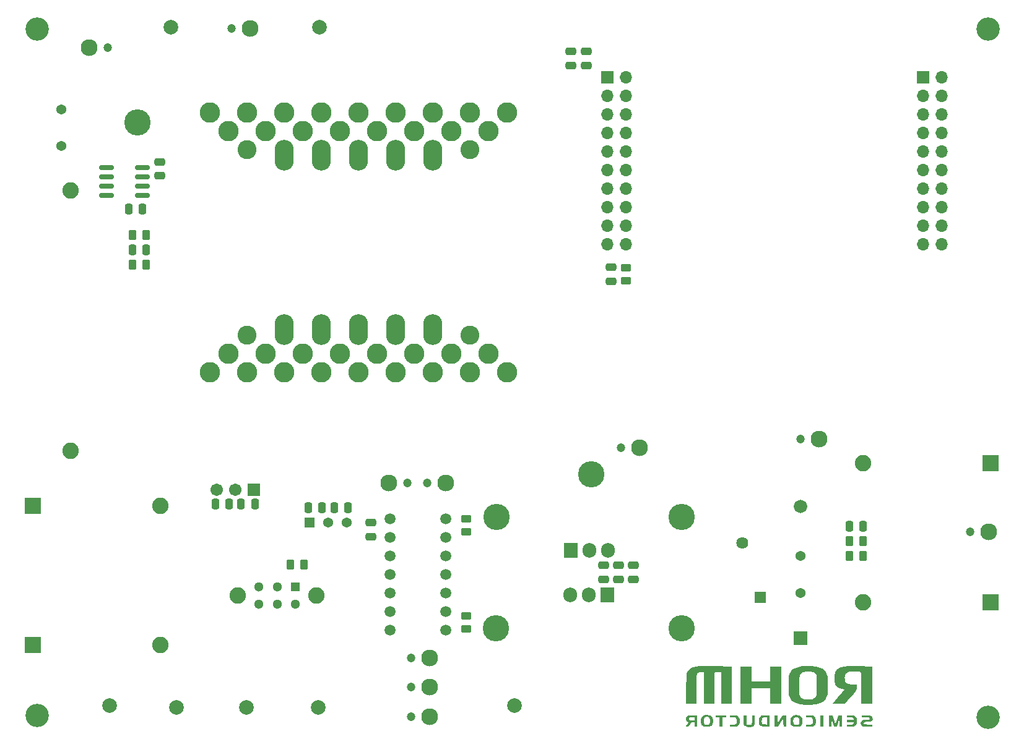
<source format=gbs>
%TF.GenerationSoftware,KiCad,Pcbnew,8.0.4*%
%TF.CreationDate,2024-09-20T12:27:39-05:00*%
%TF.ProjectId,Boost_9_8,426f6f73-745f-4395-9f38-2e6b69636164,rev?*%
%TF.SameCoordinates,Original*%
%TF.FileFunction,Soldermask,Bot*%
%TF.FilePolarity,Negative*%
%FSLAX46Y46*%
G04 Gerber Fmt 4.6, Leading zero omitted, Abs format (unit mm)*
G04 Created by KiCad (PCBNEW 8.0.4) date 2024-09-20 12:27:39*
%MOMM*%
%LPD*%
G01*
G04 APERTURE LIST*
G04 Aperture macros list*
%AMRoundRect*
0 Rectangle with rounded corners*
0 $1 Rounding radius*
0 $2 $3 $4 $5 $6 $7 $8 $9 X,Y pos of 4 corners*
0 Add a 4 corners polygon primitive as box body*
4,1,4,$2,$3,$4,$5,$6,$7,$8,$9,$2,$3,0*
0 Add four circle primitives for the rounded corners*
1,1,$1+$1,$2,$3*
1,1,$1+$1,$4,$5*
1,1,$1+$1,$6,$7*
1,1,$1+$1,$8,$9*
0 Add four rect primitives between the rounded corners*
20,1,$1+$1,$2,$3,$4,$5,0*
20,1,$1+$1,$4,$5,$6,$7,0*
20,1,$1+$1,$6,$7,$8,$9,0*
20,1,$1+$1,$8,$9,$2,$3,0*%
G04 Aperture macros list end*
%ADD10C,0.000000*%
%ADD11RoundRect,0.250000X0.262500X0.450000X-0.262500X0.450000X-0.262500X-0.450000X0.262500X-0.450000X0*%
%ADD12RoundRect,0.250000X0.475000X-0.250000X0.475000X0.250000X-0.475000X0.250000X-0.475000X-0.250000X0*%
%ADD13C,2.300000*%
%ADD14C,1.200000*%
%ADD15C,2.000000*%
%ADD16R,2.250000X2.250000*%
%ADD17C,2.250000*%
%ADD18C,3.200000*%
%ADD19C,1.371600*%
%ADD20R,1.371600X1.371600*%
%ADD21R,1.905000X2.000000*%
%ADD22O,1.905000X2.000000*%
%ADD23R,1.300000X1.300000*%
%ADD24C,1.300000*%
%ADD25R,1.700000X1.700000*%
%ADD26O,1.700000X1.700000*%
%ADD27C,2.800000*%
%ADD28C,2.600000*%
%ADD29O,2.600000X4.200000*%
%ADD30C,3.600000*%
%ADD31RoundRect,0.102000X0.754000X0.754000X-0.754000X0.754000X-0.754000X-0.754000X0.754000X-0.754000X0*%
%ADD32C,1.712000*%
%ADD33RoundRect,0.250000X0.450000X-0.262500X0.450000X0.262500X-0.450000X0.262500X-0.450000X-0.262500X0*%
%ADD34RoundRect,0.250000X0.250000X0.475000X-0.250000X0.475000X-0.250000X-0.475000X0.250000X-0.475000X0*%
%ADD35RoundRect,0.250000X-0.475000X0.250000X-0.475000X-0.250000X0.475000X-0.250000X0.475000X0.250000X0*%
%ADD36RoundRect,0.250000X-0.450000X0.262500X-0.450000X-0.262500X0.450000X-0.262500X0.450000X0.262500X0*%
%ADD37RoundRect,0.250000X-0.262500X-0.450000X0.262500X-0.450000X0.262500X0.450000X-0.262500X0.450000X0*%
%ADD38R,1.625600X1.625600*%
%ADD39C,1.625600*%
%ADD40C,1.507998*%
%ADD41RoundRect,0.250000X-0.250000X-0.475000X0.250000X-0.475000X0.250000X0.475000X-0.250000X0.475000X0*%
%ADD42RoundRect,0.150000X-0.825000X-0.150000X0.825000X-0.150000X0.825000X0.150000X-0.825000X0.150000X0*%
%ADD43R,1.828800X1.828800*%
%ADD44C,1.828800*%
G04 APERTURE END LIST*
D10*
%TO.C,G\u002A\u002A\u002A*%
G36*
X119351360Y-137930244D02*
G01*
X119351433Y-137938304D01*
X119352803Y-138084142D01*
X119354160Y-138201583D01*
X119355749Y-138294145D01*
X119357818Y-138365346D01*
X119360611Y-138418704D01*
X119364374Y-138457736D01*
X119369354Y-138485962D01*
X119375796Y-138506897D01*
X119383947Y-138524061D01*
X119394052Y-138540972D01*
X119412574Y-138566930D01*
X119476497Y-138621991D01*
X119563692Y-138658139D01*
X119676125Y-138676317D01*
X119770264Y-138676907D01*
X119879310Y-138658077D01*
X119970343Y-138618510D01*
X120040125Y-138559731D01*
X120085418Y-138483269D01*
X120089816Y-138459425D01*
X120094219Y-138403224D01*
X120097738Y-138318319D01*
X120100318Y-138206537D01*
X120101906Y-138069703D01*
X120102447Y-137909643D01*
X120102447Y-137381187D01*
X120295715Y-137381187D01*
X120488983Y-137381187D01*
X120484250Y-137986904D01*
X120479516Y-138592621D01*
X120429703Y-138680444D01*
X120404801Y-138718944D01*
X120324721Y-138802675D01*
X120219506Y-138870627D01*
X120091957Y-138921226D01*
X119944878Y-138952896D01*
X119901209Y-138957609D01*
X119802807Y-138962007D01*
X119693140Y-138960856D01*
X119582998Y-138954633D01*
X119483166Y-138943819D01*
X119404432Y-138928892D01*
X119343831Y-138911598D01*
X119229717Y-138866951D01*
X119140194Y-138811000D01*
X119070533Y-138740372D01*
X119016009Y-138651694D01*
X118971241Y-138560530D01*
X118971241Y-137974870D01*
X118971241Y-137389210D01*
X119158814Y-137384697D01*
X119346387Y-137380185D01*
X119351360Y-137930244D01*
G37*
G36*
X127016731Y-138200127D02*
G01*
X127000119Y-138370548D01*
X126962894Y-138518409D01*
X126905342Y-138642798D01*
X126827755Y-138742803D01*
X126793277Y-138774796D01*
X126718024Y-138828261D01*
X126628196Y-138870396D01*
X126515074Y-138905744D01*
X126509039Y-138907278D01*
X126422234Y-138922611D01*
X126314644Y-138932477D01*
X126196292Y-138936739D01*
X126077197Y-138935258D01*
X125967381Y-138927898D01*
X125876864Y-138914520D01*
X125788312Y-138889855D01*
X125687103Y-138848175D01*
X125597982Y-138797398D01*
X125530945Y-138742494D01*
X125477082Y-138674404D01*
X125417601Y-138557837D01*
X125377194Y-138418378D01*
X125356415Y-138258123D01*
X125355947Y-138118176D01*
X125753883Y-138118176D01*
X125757593Y-138273199D01*
X125779716Y-138402532D01*
X125820515Y-138506883D01*
X125880254Y-138586957D01*
X125959196Y-138643461D01*
X125961101Y-138644416D01*
X126036459Y-138670677D01*
X126127775Y-138686452D01*
X126220613Y-138690182D01*
X126300537Y-138680310D01*
X126370064Y-138657841D01*
X126456339Y-138608965D01*
X126522497Y-138539947D01*
X126569874Y-138448701D01*
X126599804Y-138333140D01*
X126613624Y-138191179D01*
X126613232Y-138057062D01*
X126596203Y-137918837D01*
X126560584Y-137805998D01*
X126505873Y-137717778D01*
X126431569Y-137653412D01*
X126337170Y-137612134D01*
X126222175Y-137593177D01*
X126126063Y-137592026D01*
X126031958Y-137606428D01*
X125954057Y-137639837D01*
X125885868Y-137694206D01*
X125846314Y-137739230D01*
X125807799Y-137803007D01*
X125781079Y-137879438D01*
X125764089Y-137974836D01*
X125754766Y-138095516D01*
X125753883Y-138118176D01*
X125355947Y-138118176D01*
X125355816Y-138079165D01*
X125365646Y-137953408D01*
X125382490Y-137846792D01*
X125407791Y-137756427D01*
X125443245Y-137674463D01*
X125483056Y-137607220D01*
X125562927Y-137514801D01*
X125663099Y-137442572D01*
X125785374Y-137389612D01*
X125931559Y-137355002D01*
X126103458Y-137337821D01*
X126276111Y-137338285D01*
X126448718Y-137360331D01*
X126598735Y-137405044D01*
X126726039Y-137472316D01*
X126830511Y-137562042D01*
X126912029Y-137674114D01*
X126970472Y-137808427D01*
X127005720Y-137964874D01*
X127017651Y-138143347D01*
X127016876Y-138191179D01*
X127016731Y-138200127D01*
G37*
G36*
X114763554Y-138331870D02*
G01*
X114733878Y-138478672D01*
X114684610Y-138601897D01*
X114614664Y-138703168D01*
X114522957Y-138784111D01*
X114408402Y-138846351D01*
X114269914Y-138891513D01*
X114189560Y-138905802D01*
X114083466Y-138915640D01*
X113965983Y-138919923D01*
X113847529Y-138918536D01*
X113738521Y-138911367D01*
X113649377Y-138898301D01*
X113558183Y-138874125D01*
X113427447Y-138817225D01*
X113320374Y-138738698D01*
X113236610Y-138638178D01*
X113175802Y-138515300D01*
X113137595Y-138369701D01*
X113137068Y-138366588D01*
X113126824Y-138272100D01*
X113123517Y-138161562D01*
X113125759Y-138077880D01*
X113511490Y-138077880D01*
X113514550Y-138211038D01*
X113519726Y-138258951D01*
X113543662Y-138382763D01*
X113581599Y-138481189D01*
X113635099Y-138557529D01*
X113705724Y-138615084D01*
X113718980Y-138622654D01*
X113800683Y-138652045D01*
X113898265Y-138665886D01*
X114001537Y-138664195D01*
X114100310Y-138646989D01*
X114184395Y-138614284D01*
X114214707Y-138594781D01*
X114281893Y-138526285D01*
X114333615Y-138433515D01*
X114368694Y-138319841D01*
X114385953Y-138188628D01*
X114384212Y-138043245D01*
X114383894Y-138039200D01*
X114362242Y-137896116D01*
X114322192Y-137779211D01*
X114263503Y-137688206D01*
X114185935Y-137622824D01*
X114089246Y-137582785D01*
X113973198Y-137567812D01*
X113893232Y-137568786D01*
X113813071Y-137579143D01*
X113746769Y-137601888D01*
X113684751Y-137639399D01*
X113655443Y-137664486D01*
X113599219Y-137739221D01*
X113555421Y-137836608D01*
X113525645Y-137951282D01*
X113511490Y-138077880D01*
X113125759Y-138077880D01*
X113126652Y-138044540D01*
X113135732Y-137930601D01*
X113150260Y-137829310D01*
X113169741Y-137750233D01*
X113198049Y-137677561D01*
X113260186Y-137569106D01*
X113340598Y-137481879D01*
X113441276Y-137414687D01*
X113564211Y-137366333D01*
X113711396Y-137335624D01*
X113884823Y-137321365D01*
X113896359Y-137320999D01*
X114087064Y-137325074D01*
X114253112Y-137349484D01*
X114395097Y-137394774D01*
X114513610Y-137461483D01*
X114609246Y-137550156D01*
X114682597Y-137661334D01*
X114734257Y-137795560D01*
X114764818Y-137953376D01*
X114774873Y-138135325D01*
X114774723Y-138159864D01*
X114772855Y-138188628D01*
X114763554Y-138331870D01*
G37*
G36*
X135671999Y-137365145D02*
G01*
X135816036Y-137365329D01*
X135932533Y-137365923D01*
X136025291Y-137367113D01*
X136098114Y-137369084D01*
X136154806Y-137372021D01*
X136199170Y-137376111D01*
X136235008Y-137381539D01*
X136266124Y-137388491D01*
X136296321Y-137397151D01*
X136400189Y-137440984D01*
X136493499Y-137509547D01*
X136562002Y-137597064D01*
X136604184Y-137701543D01*
X136618530Y-137820994D01*
X136613644Y-137895741D01*
X136583948Y-138007914D01*
X136527996Y-138102161D01*
X136446576Y-138177314D01*
X136340477Y-138232208D01*
X136324400Y-138236664D01*
X136267768Y-138244907D01*
X136179273Y-138252002D01*
X136059053Y-138257940D01*
X135907248Y-138262711D01*
X135808055Y-138265379D01*
X135705741Y-138268883D01*
X135628023Y-138272805D01*
X135570684Y-138277513D01*
X135529509Y-138283374D01*
X135500279Y-138290755D01*
X135478779Y-138300024D01*
X135465697Y-138308233D01*
X135425937Y-138353909D01*
X135406204Y-138413303D01*
X135406788Y-138477109D01*
X135427977Y-138536023D01*
X135470061Y-138580739D01*
X135475975Y-138584295D01*
X135493190Y-138591573D01*
X135517825Y-138597467D01*
X135553405Y-138602207D01*
X135603454Y-138606025D01*
X135671496Y-138609151D01*
X135761055Y-138611817D01*
X135875656Y-138614253D01*
X136018823Y-138616689D01*
X136525000Y-138624712D01*
X136529765Y-138743551D01*
X136530006Y-138749885D01*
X136531023Y-138810120D01*
X136529691Y-138858106D01*
X136526257Y-138883949D01*
X136525641Y-138885113D01*
X136516051Y-138890731D01*
X136493873Y-138895266D01*
X136456321Y-138898823D01*
X136400609Y-138901503D01*
X136323951Y-138903409D01*
X136223562Y-138904643D01*
X136096655Y-138905309D01*
X135940445Y-138905508D01*
X135850873Y-138905479D01*
X135714522Y-138905218D01*
X135604683Y-138904539D01*
X135517783Y-138903273D01*
X135450250Y-138901249D01*
X135398512Y-138898293D01*
X135358996Y-138894236D01*
X135328132Y-138888907D01*
X135302345Y-138882132D01*
X135278065Y-138873743D01*
X135205095Y-138840130D01*
X135111904Y-138770979D01*
X135043847Y-138682269D01*
X135001793Y-138575256D01*
X134986606Y-138451194D01*
X134988690Y-138388092D01*
X134996092Y-138322053D01*
X135007161Y-138273061D01*
X135030550Y-138223686D01*
X135085890Y-138150239D01*
X135157882Y-138085048D01*
X135237718Y-138037128D01*
X135259010Y-138027976D01*
X135287363Y-138017940D01*
X135319276Y-138010288D01*
X135359505Y-138004545D01*
X135412802Y-138000237D01*
X135483924Y-137996891D01*
X135577624Y-137994031D01*
X135698657Y-137991185D01*
X135718243Y-137990750D01*
X135836249Y-137987808D01*
X135926971Y-137984719D01*
X135994605Y-137981108D01*
X136043350Y-137976606D01*
X136077404Y-137970840D01*
X136100964Y-137963439D01*
X136118228Y-137954031D01*
X136167235Y-137904477D01*
X136189677Y-137840452D01*
X136182239Y-137767351D01*
X136179121Y-137756878D01*
X136170629Y-137730777D01*
X136160165Y-137709938D01*
X136144382Y-137693706D01*
X136119937Y-137681424D01*
X136083481Y-137672437D01*
X136031671Y-137666089D01*
X135961159Y-137661723D01*
X135868600Y-137658684D01*
X135750648Y-137656315D01*
X135603958Y-137653960D01*
X135096952Y-137645937D01*
X135092315Y-137505539D01*
X135087679Y-137365141D01*
X135640183Y-137365141D01*
X135671999Y-137365145D01*
G37*
G36*
X133528506Y-137368961D02*
G01*
X133542479Y-137369155D01*
X133687056Y-137371591D01*
X133804202Y-137374904D01*
X133898204Y-137379796D01*
X133973352Y-137386968D01*
X134033932Y-137397123D01*
X134084233Y-137410964D01*
X134128542Y-137429192D01*
X134171148Y-137452510D01*
X134216338Y-137481621D01*
X134259237Y-137513520D01*
X134343562Y-137600971D01*
X134408134Y-137709387D01*
X134454099Y-137840993D01*
X134482603Y-137998010D01*
X134484618Y-138016624D01*
X134489970Y-138149110D01*
X134481902Y-138286169D01*
X134461572Y-138416106D01*
X134430140Y-138527225D01*
X134404973Y-138583517D01*
X134333742Y-138686790D01*
X134238584Y-138772913D01*
X134123224Y-138838876D01*
X133991389Y-138881669D01*
X133960541Y-138886916D01*
X133885774Y-138894123D01*
X133781353Y-138899388D01*
X133646483Y-138902746D01*
X133480369Y-138904232D01*
X133067198Y-138905508D01*
X133067198Y-138770814D01*
X133067198Y-138636119D01*
X133440255Y-138630225D01*
X133540004Y-138628548D01*
X133637226Y-138626405D01*
X133710872Y-138623746D01*
X133765636Y-138620119D01*
X133806213Y-138615072D01*
X133837295Y-138608151D01*
X133863578Y-138598903D01*
X133889756Y-138586877D01*
X133898931Y-138582167D01*
X133971810Y-138525388D01*
X134024363Y-138445986D01*
X134053865Y-138347927D01*
X134064839Y-138279734D01*
X133566018Y-138279734D01*
X133067198Y-138279734D01*
X133067198Y-138143347D01*
X133067198Y-138006961D01*
X133566018Y-138006961D01*
X134064839Y-138006961D01*
X134053508Y-137938768D01*
X134048422Y-137912074D01*
X134014670Y-137814336D01*
X133959831Y-137739296D01*
X133882145Y-137684344D01*
X133875245Y-137680943D01*
X133852470Y-137671866D01*
X133824703Y-137665063D01*
X133787428Y-137660213D01*
X133736130Y-137656998D01*
X133666291Y-137655097D01*
X133573396Y-137654191D01*
X133452929Y-137653960D01*
X133083243Y-137653960D01*
X133083243Y-137508419D01*
X133083243Y-137362877D01*
X133528506Y-137368961D01*
G37*
G36*
X130879148Y-137368765D02*
G01*
X131146057Y-137373164D01*
X131325361Y-137942779D01*
X131327771Y-137950433D01*
X131368499Y-138079745D01*
X131406303Y-138199647D01*
X131440066Y-138306606D01*
X131468670Y-138397086D01*
X131490999Y-138467555D01*
X131505935Y-138514479D01*
X131512362Y-138534324D01*
X131513213Y-138534537D01*
X131522076Y-138516786D01*
X131539194Y-138472418D01*
X131563484Y-138404557D01*
X131593866Y-138316329D01*
X131629259Y-138210860D01*
X131668582Y-138091274D01*
X131710755Y-137960698D01*
X131901452Y-137365141D01*
X132155392Y-137365141D01*
X132409333Y-137365141D01*
X132409333Y-138135325D01*
X132409333Y-138905508D01*
X132249084Y-138905508D01*
X132088834Y-138905508D01*
X132084617Y-138339990D01*
X132080401Y-137774473D01*
X131901380Y-138335979D01*
X131722360Y-138897485D01*
X131515843Y-138901937D01*
X131309326Y-138906390D01*
X131133272Y-138353780D01*
X130957217Y-137801170D01*
X130952998Y-138353339D01*
X130948778Y-138905508D01*
X130780509Y-138905508D01*
X130612239Y-138905508D01*
X130612239Y-138134937D01*
X130612239Y-137364366D01*
X130879148Y-137368765D01*
G37*
G36*
X127944033Y-137368513D02*
G01*
X127978034Y-137369003D01*
X128101198Y-137371003D01*
X128197737Y-137373205D01*
X128272061Y-137375965D01*
X128328577Y-137379640D01*
X128371693Y-137384585D01*
X128405818Y-137391158D01*
X128435360Y-137399714D01*
X128464728Y-137410611D01*
X128571647Y-137464357D01*
X128670750Y-137543986D01*
X128748442Y-137645139D01*
X128805378Y-137768938D01*
X128842209Y-137916503D01*
X128859588Y-138088955D01*
X128859839Y-138230756D01*
X128841581Y-138395625D01*
X128801908Y-138537178D01*
X128740469Y-138656053D01*
X128656911Y-138752891D01*
X128550883Y-138828330D01*
X128422031Y-138883010D01*
X128415959Y-138884727D01*
X128373480Y-138891689D01*
X128306101Y-138897062D01*
X128212032Y-138900924D01*
X128089480Y-138903355D01*
X127936655Y-138904435D01*
X127515461Y-138905508D01*
X127515461Y-138769121D01*
X127515461Y-138632735D01*
X127824336Y-138632352D01*
X127834933Y-138632335D01*
X127968907Y-138631137D01*
X128075414Y-138627373D01*
X128158743Y-138619928D01*
X128223188Y-138607686D01*
X128273039Y-138589531D01*
X128312587Y-138564349D01*
X128346123Y-138531023D01*
X128377940Y-138488438D01*
X128410947Y-138428838D01*
X128434205Y-138355938D01*
X128447142Y-138265782D01*
X128451282Y-138151370D01*
X128448971Y-138074378D01*
X128430092Y-137939478D01*
X128392573Y-137828283D01*
X128336857Y-137741897D01*
X128263387Y-137681427D01*
X128251584Y-137677194D01*
X128204489Y-137669720D01*
X128125982Y-137663336D01*
X128016501Y-137658072D01*
X127876484Y-137653960D01*
X127523483Y-137645937D01*
X127518827Y-137504175D01*
X127514172Y-137362412D01*
X127944033Y-137368513D01*
G37*
G36*
X124787729Y-138134917D02*
G01*
X124787729Y-138905508D01*
X124603416Y-138905508D01*
X124419104Y-138905508D01*
X124414882Y-138356243D01*
X124410660Y-137806978D01*
X124056314Y-138352232D01*
X123701969Y-138897485D01*
X123450597Y-138901904D01*
X123199226Y-138906323D01*
X123199226Y-138135732D01*
X123199226Y-137365141D01*
X123391772Y-137365141D01*
X123584317Y-137365141D01*
X123584317Y-137930013D01*
X123584317Y-138494884D01*
X123934780Y-137934024D01*
X124285243Y-137373164D01*
X124536486Y-137368745D01*
X124787729Y-137364327D01*
X124787729Y-138134917D01*
G37*
G36*
X117483022Y-137365379D02*
G01*
X117596397Y-137365913D01*
X117733913Y-137368710D01*
X117846558Y-137374734D01*
X117938551Y-137384907D01*
X118014114Y-137400156D01*
X118077468Y-137421403D01*
X118132833Y-137449573D01*
X118184431Y-137485591D01*
X118236481Y-137530381D01*
X118265691Y-137560605D01*
X118315035Y-137623498D01*
X118353728Y-137686524D01*
X118364663Y-137709355D01*
X118409997Y-137839461D01*
X118437909Y-137986522D01*
X118448226Y-138142072D01*
X118440776Y-138297647D01*
X118415385Y-138444781D01*
X118371881Y-138575009D01*
X118358899Y-138601726D01*
X118292110Y-138697988D01*
X118203089Y-138781908D01*
X118099379Y-138847328D01*
X117988520Y-138888088D01*
X117964989Y-138891264D01*
X117910660Y-138894991D01*
X117833412Y-138898288D01*
X117738341Y-138900984D01*
X117630543Y-138902910D01*
X117515113Y-138903896D01*
X117101942Y-138905508D01*
X117101942Y-138769121D01*
X117101942Y-138632735D01*
X117418840Y-138632032D01*
X117512903Y-138631412D01*
X117627059Y-138628585D01*
X117716518Y-138622563D01*
X117785659Y-138612323D01*
X117838862Y-138596841D01*
X117880505Y-138575095D01*
X117914968Y-138546062D01*
X117946629Y-138508718D01*
X117951205Y-138502543D01*
X117991750Y-138429484D01*
X118017652Y-138340315D01*
X118029822Y-138230471D01*
X118029171Y-138095391D01*
X118024108Y-138025345D01*
X118003381Y-137906303D01*
X117967537Y-137811133D01*
X117915467Y-137736331D01*
X117897818Y-137718335D01*
X117870422Y-137696612D01*
X117837784Y-137680355D01*
X117795431Y-137668789D01*
X117738891Y-137661140D01*
X117663690Y-137656635D01*
X117565355Y-137654500D01*
X117439413Y-137653960D01*
X117101942Y-137653960D01*
X117101942Y-137509551D01*
X117101942Y-137365141D01*
X117483022Y-137365379D01*
G37*
G36*
X116604532Y-137501149D02*
G01*
X116604532Y-137637157D01*
X116327748Y-137641547D01*
X116050963Y-137645937D01*
X116046765Y-138275723D01*
X116042568Y-138905508D01*
X115866254Y-138905508D01*
X115689940Y-138905508D01*
X115689940Y-138271711D01*
X115689940Y-137637915D01*
X115409144Y-137637915D01*
X115128348Y-137637915D01*
X115128348Y-137501528D01*
X115128348Y-137365141D01*
X115866440Y-137365141D01*
X116604532Y-137365141D01*
X116604532Y-137501149D01*
G37*
G36*
X112609207Y-138135325D02*
G01*
X112609207Y-138905508D01*
X112424684Y-138905508D01*
X112240161Y-138905508D01*
X112240161Y-138608666D01*
X112240161Y-138311825D01*
X112043603Y-138312251D01*
X111847046Y-138312677D01*
X111650446Y-138609092D01*
X111453846Y-138905508D01*
X111245298Y-138905508D01*
X111229902Y-138905472D01*
X111154335Y-138904166D01*
X111092981Y-138901264D01*
X111051800Y-138897147D01*
X111036749Y-138892193D01*
X111037606Y-138889661D01*
X111051298Y-138865596D01*
X111079635Y-138820425D01*
X111119962Y-138758258D01*
X111169625Y-138683201D01*
X111225969Y-138599363D01*
X111242974Y-138574236D01*
X111298649Y-138491866D01*
X111347702Y-138419140D01*
X111387285Y-138360288D01*
X111414554Y-138319538D01*
X111426662Y-138301122D01*
X111427652Y-138294074D01*
X111407147Y-138275927D01*
X111355661Y-138255002D01*
X111290954Y-138226431D01*
X111204156Y-138162486D01*
X111135739Y-138079349D01*
X111092314Y-137983827D01*
X111075807Y-137905603D01*
X111074480Y-137837555D01*
X111494046Y-137837555D01*
X111500479Y-137913205D01*
X111524203Y-137971726D01*
X111569060Y-138011399D01*
X111638857Y-138037479D01*
X111658939Y-138041103D01*
X111714381Y-138046651D01*
X111790321Y-138051088D01*
X111879458Y-138054031D01*
X111974493Y-138055097D01*
X112240161Y-138055097D01*
X112240161Y-137838483D01*
X112240161Y-137621869D01*
X111971399Y-137622252D01*
X111892893Y-137622687D01*
X111786928Y-137625090D01*
X111705644Y-137630245D01*
X111644457Y-137638897D01*
X111598784Y-137651795D01*
X111564041Y-137669687D01*
X111535644Y-137693319D01*
X111519610Y-137710871D01*
X111503297Y-137739404D01*
X111495831Y-137777972D01*
X111494046Y-137837555D01*
X111074480Y-137837555D01*
X111073437Y-137784041D01*
X111098541Y-137668523D01*
X111149711Y-137564409D01*
X111225537Y-137477058D01*
X111249689Y-137456342D01*
X111280844Y-137432651D01*
X111313432Y-137413456D01*
X111350859Y-137398284D01*
X111396532Y-137386663D01*
X111453857Y-137378123D01*
X111526240Y-137372193D01*
X111617088Y-137368401D01*
X111729806Y-137366276D01*
X111867802Y-137365347D01*
X112034482Y-137365141D01*
X112609207Y-137365141D01*
X112609207Y-137838483D01*
X112609207Y-138135325D01*
G37*
G36*
X129890192Y-138127302D02*
G01*
X129890192Y-138889462D01*
X129689624Y-138889462D01*
X129489055Y-138889462D01*
X129489055Y-138127302D01*
X129489055Y-137365141D01*
X129689624Y-137365141D01*
X129890192Y-137365141D01*
X129890192Y-138127302D01*
G37*
G36*
X122541361Y-138891822D02*
G01*
X122023894Y-138886136D01*
X121951306Y-138885325D01*
X121822329Y-138883705D01*
X121719667Y-138881944D01*
X121639418Y-138879763D01*
X121577686Y-138876883D01*
X121530569Y-138873025D01*
X121494169Y-138867910D01*
X121464585Y-138861259D01*
X121437920Y-138852793D01*
X121410273Y-138842233D01*
X121406715Y-138840799D01*
X121310984Y-138787886D01*
X121222579Y-138713590D01*
X121149703Y-138626088D01*
X121100559Y-138533554D01*
X121098442Y-138527844D01*
X121057614Y-138384321D01*
X121037631Y-138229590D01*
X121037571Y-138135325D01*
X121444761Y-138135325D01*
X121449138Y-138230016D01*
X121470982Y-138355450D01*
X121510731Y-138456544D01*
X121567915Y-138532236D01*
X121642065Y-138581463D01*
X121676116Y-138591733D01*
X121738049Y-138601297D01*
X121826275Y-138608393D01*
X121943667Y-138613323D01*
X122188360Y-138620591D01*
X122188360Y-138119516D01*
X122188360Y-137618440D01*
X121943667Y-137624727D01*
X121870129Y-137627100D01*
X121771327Y-137633234D01*
X121696261Y-137643621D01*
X121639747Y-137659982D01*
X121596603Y-137684037D01*
X121561646Y-137717504D01*
X121529693Y-137762105D01*
X121515653Y-137785747D01*
X121475074Y-137882518D01*
X121451836Y-137997319D01*
X121444761Y-138135325D01*
X121037571Y-138135325D01*
X121037520Y-138056287D01*
X121053245Y-137905908D01*
X121090302Y-137754483D01*
X121147519Y-137627785D01*
X121224835Y-137525944D01*
X121322189Y-137449088D01*
X121360850Y-137426411D01*
X121397796Y-137407018D01*
X121434804Y-137391701D01*
X121475880Y-137379919D01*
X121525025Y-137371131D01*
X121586243Y-137364795D01*
X121663538Y-137360370D01*
X121760914Y-137357316D01*
X121882372Y-137355091D01*
X122031917Y-137353154D01*
X122541361Y-137347058D01*
X122541361Y-138119440D01*
X122541361Y-138119516D01*
X122541361Y-138891822D01*
G37*
G36*
X130443761Y-134517068D02*
G01*
X130399578Y-134677386D01*
X130332295Y-134877607D01*
X130240524Y-135066564D01*
X130126468Y-135233254D01*
X129988936Y-135379144D01*
X129826734Y-135505703D01*
X129638669Y-135614399D01*
X129614034Y-135626447D01*
X129399253Y-135715617D01*
X129157802Y-135789490D01*
X128889245Y-135848166D01*
X128593144Y-135891741D01*
X128269060Y-135920313D01*
X128239269Y-135922013D01*
X128110061Y-135926773D01*
X127960258Y-135929004D01*
X127797382Y-135928850D01*
X127628953Y-135926452D01*
X127462493Y-135921953D01*
X127305524Y-135915495D01*
X127165566Y-135907219D01*
X127050142Y-135897269D01*
X126999336Y-135891632D01*
X126705278Y-135849408D01*
X126439457Y-135793410D01*
X126200922Y-135722963D01*
X125988722Y-135637393D01*
X125801904Y-135536026D01*
X125639519Y-135418187D01*
X125500613Y-135283203D01*
X125384237Y-135130398D01*
X125289437Y-134959100D01*
X125215264Y-134768632D01*
X125160765Y-134558322D01*
X125160751Y-134558250D01*
X125155329Y-134529199D01*
X125150647Y-134497375D01*
X125146649Y-134460334D01*
X125143284Y-134415633D01*
X125140499Y-134360830D01*
X125138239Y-134293480D01*
X125136453Y-134211141D01*
X125135088Y-134111369D01*
X125134089Y-133991723D01*
X125133405Y-133849757D01*
X125133310Y-133812350D01*
X126603488Y-133812350D01*
X126604035Y-134014099D01*
X126605230Y-134184367D01*
X126607072Y-134323034D01*
X126609561Y-134429978D01*
X126612694Y-134505079D01*
X126616472Y-134548217D01*
X126652957Y-134691692D01*
X126716808Y-134819780D01*
X126807175Y-134930606D01*
X126923389Y-135023512D01*
X127064786Y-135097843D01*
X127230698Y-135152941D01*
X127264813Y-135161108D01*
X127313770Y-135170576D01*
X127367562Y-135177745D01*
X127431640Y-135183031D01*
X127511454Y-135186849D01*
X127612456Y-135189613D01*
X127740097Y-135191739D01*
X127806129Y-135192531D01*
X127939265Y-135193066D01*
X128048198Y-135191397D01*
X128138420Y-135187056D01*
X128215423Y-135179573D01*
X128284698Y-135168482D01*
X128351737Y-135153313D01*
X128422031Y-135133598D01*
X128469525Y-135118169D01*
X128611860Y-135054230D01*
X128729940Y-134970109D01*
X128825246Y-134864264D01*
X128899261Y-134735158D01*
X128953465Y-134581250D01*
X128958186Y-134562684D01*
X128963278Y-134538625D01*
X128967645Y-134510957D01*
X128971342Y-134477307D01*
X128974423Y-134435300D01*
X128976945Y-134382564D01*
X128978963Y-134316724D01*
X128980531Y-134235408D01*
X128981707Y-134136242D01*
X128982544Y-134016853D01*
X128983099Y-133874866D01*
X128983427Y-133707909D01*
X128983583Y-133513607D01*
X128983622Y-133289589D01*
X128983615Y-133192464D01*
X128983515Y-132980164D01*
X128983258Y-132796612D01*
X128982793Y-132639448D01*
X128982067Y-132506310D01*
X128981028Y-132394836D01*
X128979625Y-132302665D01*
X128977805Y-132227436D01*
X128975517Y-132166786D01*
X128972708Y-132118355D01*
X128969326Y-132079780D01*
X128965320Y-132048700D01*
X128960638Y-132022754D01*
X128955227Y-131999580D01*
X128951546Y-131985604D01*
X128904802Y-131851374D01*
X128841179Y-131735238D01*
X128759267Y-131636577D01*
X128657660Y-131554771D01*
X128534950Y-131489199D01*
X128389728Y-131439242D01*
X128220588Y-131404280D01*
X128026121Y-131383692D01*
X127804919Y-131376859D01*
X127555574Y-131383160D01*
X127421941Y-131392652D01*
X127238939Y-131418671D01*
X127082457Y-131459369D01*
X126950795Y-131515738D01*
X126842257Y-131588765D01*
X126755145Y-131679442D01*
X126687760Y-131788757D01*
X126638404Y-131917700D01*
X126635439Y-131928354D01*
X126630474Y-131950157D01*
X126626159Y-131976535D01*
X126622436Y-132009782D01*
X126619245Y-132052190D01*
X126616527Y-132106053D01*
X126614223Y-132173663D01*
X126612273Y-132257313D01*
X126610620Y-132359296D01*
X126609203Y-132481906D01*
X126607963Y-132627435D01*
X126606842Y-132798175D01*
X126605781Y-132996421D01*
X126604719Y-133224465D01*
X126604344Y-133314892D01*
X126603591Y-133579241D01*
X126603488Y-133812350D01*
X125133310Y-133812350D01*
X125132981Y-133683031D01*
X125132766Y-133489100D01*
X125132706Y-133265521D01*
X125132709Y-133168176D01*
X125132796Y-132947513D01*
X125133134Y-132755375D01*
X125133893Y-132589217D01*
X125135243Y-132446498D01*
X125137355Y-132324673D01*
X125140400Y-132221198D01*
X125144548Y-132133531D01*
X125149969Y-132059127D01*
X125156834Y-131995444D01*
X125165314Y-131939937D01*
X125175578Y-131890064D01*
X125187798Y-131843280D01*
X125202144Y-131797043D01*
X125218786Y-131748808D01*
X125237894Y-131696033D01*
X125261494Y-131635464D01*
X125349146Y-131460174D01*
X125459661Y-131302412D01*
X125593805Y-131161705D01*
X125752346Y-131037581D01*
X125936050Y-130929569D01*
X126145683Y-130837197D01*
X126382012Y-130759992D01*
X126645803Y-130697482D01*
X126937823Y-130649195D01*
X126984456Y-130643716D01*
X127091145Y-130634710D01*
X127220925Y-130627048D01*
X127368001Y-130620824D01*
X127526577Y-130616132D01*
X127690855Y-130613068D01*
X127855039Y-130611726D01*
X128013334Y-130612200D01*
X128159943Y-130614584D01*
X128289068Y-130618973D01*
X128394915Y-130625461D01*
X128699916Y-130658247D01*
X128982936Y-130705664D01*
X129238573Y-130767723D01*
X129467673Y-130844941D01*
X129671083Y-130937838D01*
X129849650Y-131046933D01*
X130004220Y-131172743D01*
X130135640Y-131315788D01*
X130244757Y-131476587D01*
X130332417Y-131655657D01*
X130399467Y-131853518D01*
X130443580Y-132013973D01*
X130443671Y-133265521D01*
X130443673Y-133289589D01*
X130443761Y-134517068D01*
G37*
G36*
X134411925Y-130618501D02*
G01*
X134596391Y-130619953D01*
X134773039Y-130622165D01*
X134937875Y-130625135D01*
X135086907Y-130628866D01*
X135216143Y-130633359D01*
X135321588Y-130638614D01*
X135462027Y-130647281D01*
X135638182Y-130658380D01*
X135806028Y-130669205D01*
X135962173Y-130679524D01*
X136103230Y-130689106D01*
X136225809Y-130697720D01*
X136326520Y-130705135D01*
X136401975Y-130711119D01*
X136448784Y-130715443D01*
X136533022Y-130724621D01*
X136533022Y-133258813D01*
X136533022Y-135793005D01*
X135790919Y-135788833D01*
X135048815Y-135784661D01*
X135040792Y-133647891D01*
X135032770Y-131511120D01*
X134994308Y-131470182D01*
X134953112Y-131437017D01*
X134906058Y-131413465D01*
X134905261Y-131413214D01*
X134844492Y-131399517D01*
X134756989Y-131387118D01*
X134648000Y-131376247D01*
X134522773Y-131367131D01*
X134386555Y-131359999D01*
X134244592Y-131355079D01*
X134102134Y-131352598D01*
X133964427Y-131352786D01*
X133836719Y-131355870D01*
X133724257Y-131362079D01*
X133608637Y-131372717D01*
X133439589Y-131397113D01*
X133296226Y-131430866D01*
X133175121Y-131475078D01*
X133072843Y-131530850D01*
X132985964Y-131599284D01*
X132956365Y-131628432D01*
X132900744Y-131695569D01*
X132858617Y-131769362D01*
X132828478Y-131854785D01*
X132808823Y-131956813D01*
X132798145Y-132080422D01*
X132794940Y-132230587D01*
X132795005Y-132251076D01*
X132802017Y-132429703D01*
X132821715Y-132581073D01*
X132855676Y-132707817D01*
X132905479Y-132812567D01*
X132972702Y-132897958D01*
X133058923Y-132966620D01*
X133165720Y-133021188D01*
X133294671Y-133064294D01*
X133366717Y-133081857D01*
X133445478Y-133096575D01*
X133534630Y-133108681D01*
X133638513Y-133118589D01*
X133761465Y-133126711D01*
X133907825Y-133133459D01*
X134081933Y-133139249D01*
X134466518Y-133150308D01*
X134459298Y-133448596D01*
X134458136Y-133493662D01*
X134454051Y-133605366D01*
X134447844Y-133692901D01*
X134438141Y-133762158D01*
X134423572Y-133819031D01*
X134402766Y-133869412D01*
X134374351Y-133919195D01*
X134336954Y-133974272D01*
X134326334Y-133988399D01*
X134293738Y-134029646D01*
X134243554Y-134091870D01*
X134177624Y-134172828D01*
X134097791Y-134270279D01*
X134005898Y-134381979D01*
X133903787Y-134505686D01*
X133793301Y-134639157D01*
X133676284Y-134780150D01*
X133554577Y-134926422D01*
X132834538Y-135790696D01*
X131963161Y-135791690D01*
X131902225Y-135791757D01*
X131722304Y-135791898D01*
X131571284Y-135791856D01*
X131446720Y-135791548D01*
X131346167Y-135790893D01*
X131267180Y-135789811D01*
X131207314Y-135788220D01*
X131164125Y-135786039D01*
X131135167Y-135783186D01*
X131117996Y-135779581D01*
X131110166Y-135775142D01*
X131109232Y-135769787D01*
X131112750Y-135763437D01*
X131113654Y-135762245D01*
X131130633Y-135741560D01*
X131166491Y-135698718D01*
X131219586Y-135635660D01*
X131288276Y-135554324D01*
X131370921Y-135456648D01*
X131465877Y-135344573D01*
X131571504Y-135220038D01*
X131686160Y-135084981D01*
X131808203Y-134941341D01*
X131935991Y-134791058D01*
X131961031Y-134761619D01*
X132087325Y-134613008D01*
X132207215Y-134471735D01*
X132319099Y-134339697D01*
X132421376Y-134218794D01*
X132512444Y-134110923D01*
X132590703Y-134017984D01*
X132654550Y-133941874D01*
X132702385Y-133884492D01*
X132732607Y-133847738D01*
X132743614Y-133833508D01*
X132742042Y-133825699D01*
X132721111Y-133819090D01*
X132688231Y-133815241D01*
X132629053Y-133803256D01*
X132552353Y-133784941D01*
X132464948Y-133762141D01*
X132373652Y-133736701D01*
X132285282Y-133710466D01*
X132206653Y-133685283D01*
X132144583Y-133662996D01*
X132075600Y-133634686D01*
X131917809Y-133557664D01*
X131785139Y-133471583D01*
X131675454Y-133373389D01*
X131586620Y-133260029D01*
X131516501Y-133128448D01*
X131462963Y-132975593D01*
X131423871Y-132798411D01*
X131397090Y-132593848D01*
X131391503Y-132523629D01*
X131385947Y-132387664D01*
X131385452Y-132241676D01*
X131389718Y-132094047D01*
X131398446Y-131953162D01*
X131411337Y-131827404D01*
X131428092Y-131725154D01*
X131442835Y-131660616D01*
X131498150Y-131479681D01*
X131569865Y-131322921D01*
X131659837Y-131186763D01*
X131769921Y-131067636D01*
X131804748Y-131036664D01*
X131923235Y-130947901D01*
X132057698Y-130871220D01*
X132210696Y-130805771D01*
X132384784Y-130750704D01*
X132582522Y-130705169D01*
X132806466Y-130668317D01*
X133059175Y-130639298D01*
X133133893Y-130634024D01*
X133237160Y-130629455D01*
X133364551Y-130625635D01*
X133512075Y-130622565D01*
X133675738Y-130620246D01*
X133851548Y-130618678D01*
X134035511Y-130617864D01*
X134223634Y-130617804D01*
X134411925Y-130618501D01*
G37*
G36*
X120038266Y-131646513D02*
G01*
X120038273Y-131820641D01*
X120038428Y-131998785D01*
X120038948Y-132149448D01*
X120040056Y-132275126D01*
X120041971Y-132378316D01*
X120044914Y-132461515D01*
X120049104Y-132527219D01*
X120054764Y-132577925D01*
X120062113Y-132616129D01*
X120071371Y-132644327D01*
X120082760Y-132665017D01*
X120096498Y-132680695D01*
X120112808Y-132693857D01*
X120131909Y-132707000D01*
X120139560Y-132711582D01*
X120151572Y-132716505D01*
X120168610Y-132720721D01*
X120192928Y-132724285D01*
X120226782Y-132727250D01*
X120272429Y-132729672D01*
X120332122Y-132731605D01*
X120408119Y-132733103D01*
X120502673Y-132734221D01*
X120618041Y-132735014D01*
X120756478Y-132735536D01*
X120920240Y-132735841D01*
X121111582Y-132735984D01*
X121332759Y-132736020D01*
X121471543Y-132736016D01*
X121673474Y-132735967D01*
X121846970Y-132735810D01*
X121994299Y-132735480D01*
X122117726Y-132734916D01*
X122219520Y-132734054D01*
X122301946Y-132732830D01*
X122367272Y-132731181D01*
X122417765Y-132729044D01*
X122455692Y-132726355D01*
X122483319Y-132723052D01*
X122502913Y-132719070D01*
X122516742Y-132714348D01*
X122527072Y-132708821D01*
X122536170Y-132702426D01*
X122545275Y-132695573D01*
X122560997Y-132682241D01*
X122574338Y-132666759D01*
X122585495Y-132646630D01*
X122594668Y-132619360D01*
X122602054Y-132582455D01*
X122607853Y-132533418D01*
X122612263Y-132469755D01*
X122615483Y-132388972D01*
X122617712Y-132288573D01*
X122619147Y-132166062D01*
X122619988Y-132018946D01*
X122620434Y-131844729D01*
X122620683Y-131640915D01*
X122621588Y-130722311D01*
X123367703Y-130722311D01*
X124113818Y-130722311D01*
X124113818Y-133257498D01*
X124113818Y-135792684D01*
X123368166Y-135792684D01*
X122622514Y-135792684D01*
X122618040Y-134782983D01*
X122617527Y-134668287D01*
X122616631Y-134479715D01*
X122615725Y-134319470D01*
X122614723Y-134185111D01*
X122613537Y-134074196D01*
X122612078Y-133984282D01*
X122610258Y-133912928D01*
X122607989Y-133857691D01*
X122605184Y-133816130D01*
X122601755Y-133785803D01*
X122597613Y-133764268D01*
X122592670Y-133749082D01*
X122586839Y-133737805D01*
X122580032Y-133727993D01*
X122573258Y-133718699D01*
X122561176Y-133702359D01*
X122548719Y-133688282D01*
X122533622Y-133676299D01*
X122513619Y-133666241D01*
X122486446Y-133657940D01*
X122449836Y-133651228D01*
X122401523Y-133645937D01*
X122339244Y-133641898D01*
X122260732Y-133638943D01*
X122163721Y-133636905D01*
X122045947Y-133635615D01*
X121905143Y-133634904D01*
X121739045Y-133634604D01*
X121545387Y-133634548D01*
X121321904Y-133634567D01*
X121310249Y-133634567D01*
X121093786Y-133634596D01*
X120906989Y-133634720D01*
X120747549Y-133635001D01*
X120613156Y-133635500D01*
X120501502Y-133636278D01*
X120410276Y-133637396D01*
X120337171Y-133638917D01*
X120279876Y-133640900D01*
X120236082Y-133643407D01*
X120203481Y-133646500D01*
X120179762Y-133650240D01*
X120162616Y-133654688D01*
X120149735Y-133659905D01*
X120138809Y-133665953D01*
X120127682Y-133672618D01*
X120109375Y-133684129D01*
X120093753Y-133696655D01*
X120080602Y-133712587D01*
X120069711Y-133734315D01*
X120060866Y-133764229D01*
X120053854Y-133804721D01*
X120048464Y-133858180D01*
X120044483Y-133926997D01*
X120041697Y-134013562D01*
X120039895Y-134120266D01*
X120038863Y-134249499D01*
X120038389Y-134403652D01*
X120038261Y-134585115D01*
X120038266Y-134796278D01*
X120038266Y-135792684D01*
X119284128Y-135792684D01*
X118529990Y-135792684D01*
X118529990Y-133257498D01*
X118529990Y-130722311D01*
X119284128Y-130722311D01*
X120038266Y-130722311D01*
X120038266Y-131646513D01*
G37*
G36*
X114656924Y-130612405D02*
G01*
X114854001Y-130614018D01*
X115040718Y-130616583D01*
X115213565Y-130620133D01*
X115369030Y-130624701D01*
X115408048Y-130626087D01*
X115547223Y-130631336D01*
X115701265Y-130637540D01*
X115866262Y-130644511D01*
X116038304Y-130652063D01*
X116213479Y-130660007D01*
X116387878Y-130668156D01*
X116557588Y-130676324D01*
X116718700Y-130684322D01*
X116867301Y-130691964D01*
X116999481Y-130699061D01*
X117111329Y-130705427D01*
X117198934Y-130710874D01*
X117258386Y-130715215D01*
X117374715Y-130725049D01*
X117374715Y-133258867D01*
X117374715Y-135792684D01*
X116660691Y-135792684D01*
X115946667Y-135792684D01*
X115946667Y-133668435D01*
X115946666Y-133548235D01*
X115946645Y-133255889D01*
X115946578Y-132993370D01*
X115946442Y-132759037D01*
X115946215Y-132551253D01*
X115945873Y-132368379D01*
X115945393Y-132208777D01*
X115944751Y-132070810D01*
X115943925Y-131952838D01*
X115942891Y-131853223D01*
X115941626Y-131770327D01*
X115940106Y-131702512D01*
X115938309Y-131648140D01*
X115936211Y-131605572D01*
X115933789Y-131573169D01*
X115931020Y-131549294D01*
X115927880Y-131532309D01*
X115924346Y-131520575D01*
X115920396Y-131512453D01*
X115916005Y-131506306D01*
X115903771Y-131493017D01*
X115882810Y-131479369D01*
X115851201Y-131470204D01*
X115801802Y-131463691D01*
X115727471Y-131458000D01*
X115709845Y-131456916D01*
X115627864Y-131453078D01*
X115527826Y-131449758D01*
X115420781Y-131447279D01*
X115317777Y-131445966D01*
X115254194Y-131445623D01*
X115176245Y-131445805D01*
X115121328Y-131447486D01*
X115083890Y-131451360D01*
X115058380Y-131458121D01*
X115039246Y-131468463D01*
X115020935Y-131483080D01*
X114975916Y-131521801D01*
X114971562Y-133657409D01*
X114967209Y-135793017D01*
X114257538Y-135788839D01*
X113547868Y-135784661D01*
X113543798Y-133647719D01*
X113539728Y-131510777D01*
X113495661Y-131475685D01*
X113486576Y-131468679D01*
X113468253Y-131457437D01*
X113445796Y-131450033D01*
X113413617Y-131445949D01*
X113366131Y-131444662D01*
X113297751Y-131445652D01*
X113202890Y-131448398D01*
X113150475Y-131450406D01*
X112998335Y-131462018D01*
X112873831Y-131482935D01*
X112774077Y-131515228D01*
X112696188Y-131560965D01*
X112637277Y-131622218D01*
X112594458Y-131701054D01*
X112564845Y-131799544D01*
X112545551Y-131919757D01*
X112544984Y-131925453D01*
X112542409Y-131971578D01*
X112540031Y-132048380D01*
X112537860Y-132154691D01*
X112535907Y-132289344D01*
X112534180Y-132451171D01*
X112532689Y-132639004D01*
X112531444Y-132851675D01*
X112530454Y-133088018D01*
X112529729Y-133346864D01*
X112529278Y-133627046D01*
X112529111Y-133927397D01*
X112528979Y-135792684D01*
X111822494Y-135792684D01*
X111116008Y-135792684D01*
X111121015Y-133823101D01*
X111126023Y-131853518D01*
X111162261Y-131717131D01*
X111181900Y-131649770D01*
X111255474Y-131465033D01*
X111352232Y-131298687D01*
X111470364Y-131153513D01*
X111608059Y-131032290D01*
X111702969Y-130967380D01*
X111841057Y-130889646D01*
X111992416Y-130823331D01*
X112160713Y-130767258D01*
X112349617Y-130720251D01*
X112562796Y-130681132D01*
X112803917Y-130648726D01*
X112809503Y-130648101D01*
X112888807Y-130641411D01*
X112996373Y-130635311D01*
X113128689Y-130629834D01*
X113282246Y-130625014D01*
X113453531Y-130620882D01*
X113639033Y-130617473D01*
X113835242Y-130614818D01*
X114038647Y-130612951D01*
X114245736Y-130611905D01*
X114452999Y-130611712D01*
X114656924Y-130612405D01*
G37*
%TD*%
D11*
%TO.C,R12*%
X58824500Y-116713000D03*
X56999500Y-116713000D03*
%TD*%
D12*
%TO.C,C21*%
X95311000Y-48382000D03*
X95311000Y-46482000D03*
%TD*%
%TO.C,C20*%
X97409000Y-48382000D03*
X97409000Y-46482000D03*
%TD*%
%TO.C,C19*%
X67945000Y-112903000D03*
X67945000Y-111003000D03*
%TD*%
D13*
%TO.C,J10*%
X104750000Y-100750000D03*
D14*
X102210000Y-100750000D03*
%TD*%
D15*
%TO.C,TP13*%
X87630000Y-136017000D03*
%TD*%
D16*
%TO.C,J1*%
X21730000Y-108712000D03*
D17*
X39230000Y-108712000D03*
%TD*%
D13*
%TO.C,J14*%
X29480000Y-45974000D03*
D14*
X32020000Y-45974000D03*
%TD*%
D15*
%TO.C,TP7*%
X40640000Y-43180000D03*
%TD*%
D18*
%TO.C,H4*%
X152400000Y-137668000D03*
%TD*%
D19*
%TO.C,C6*%
X25654000Y-59436000D03*
X25654000Y-54436000D03*
%TD*%
D13*
%TO.C,J11*%
X78232000Y-105537000D03*
D14*
X75692000Y-105537000D03*
%TD*%
D15*
%TO.C,TP5*%
X51000000Y-136250000D03*
%TD*%
D13*
%TO.C,J12*%
X76020000Y-137541000D03*
D14*
X73480000Y-137541000D03*
%TD*%
D20*
%TO.C,PS2*%
X59624000Y-110998000D03*
D19*
X62164000Y-110998000D03*
X64704000Y-110998000D03*
%TD*%
D21*
%TO.C,Q2*%
X100363000Y-120841566D03*
D22*
X97823000Y-120841566D03*
X95283000Y-120841566D03*
%TD*%
D17*
%TO.C,F1*%
X26924000Y-101112000D03*
X26924000Y-65512000D03*
%TD*%
D13*
%TO.C,J8*%
X76020000Y-129500000D03*
D14*
X73480000Y-129500000D03*
%TD*%
D18*
%TO.C,H1*%
X22352000Y-43434000D03*
%TD*%
D16*
%TO.C,J2*%
X21730000Y-127762000D03*
D17*
X39230000Y-127762000D03*
%TD*%
D18*
%TO.C,H3*%
X22352000Y-137414000D03*
%TD*%
D17*
%TO.C,SW1*%
X60508000Y-120974000D03*
X49808000Y-120974000D03*
D23*
X57658000Y-119774000D03*
D24*
X55158000Y-119774000D03*
X52658000Y-119774000D03*
X52658000Y-122174000D03*
X55158000Y-122174000D03*
X57658000Y-122174000D03*
%TD*%
D15*
%TO.C,TP1*%
X32250000Y-136000000D03*
%TD*%
D13*
%TO.C,J16*%
X51435000Y-43307000D03*
D14*
X48895000Y-43307000D03*
%TD*%
D13*
%TO.C,J13*%
X152500000Y-112250000D03*
D14*
X149960000Y-112250000D03*
%TD*%
D25*
%TO.C,U3*%
X100330000Y-50038000D03*
D26*
X100330000Y-52578000D03*
X100330000Y-55118000D03*
X100330000Y-57658000D03*
X100330000Y-60198000D03*
X100330000Y-62738000D03*
X100330000Y-65278000D03*
X100330000Y-67818000D03*
X100330000Y-70358000D03*
X100330000Y-72898000D03*
X146050000Y-72898000D03*
X146050000Y-70358000D03*
X146050000Y-67818000D03*
X146050000Y-65278000D03*
X146050000Y-62738000D03*
X146050000Y-60198000D03*
X146050000Y-57658000D03*
X146050000Y-55118000D03*
X146050000Y-52578000D03*
X146050000Y-50038000D03*
X102870000Y-50038000D03*
X102870000Y-52578000D03*
X102870000Y-55118000D03*
X102870000Y-57658000D03*
X102870000Y-60198000D03*
X102870000Y-62738000D03*
X102870000Y-65278000D03*
X102870000Y-67818000D03*
X102870000Y-70358000D03*
X102870000Y-72898000D03*
X143510000Y-72898000D03*
X143510000Y-70358000D03*
X143510000Y-67818000D03*
X143510000Y-65278000D03*
X143510000Y-62738000D03*
X143510000Y-60198000D03*
X143510000Y-57658000D03*
X143510000Y-55118000D03*
X143510000Y-52578000D03*
D25*
X143510000Y-50038000D03*
%TD*%
D27*
%TO.C,L1*%
X45974000Y-54864000D03*
X48514000Y-57404000D03*
X51054000Y-54864000D03*
D28*
X51054000Y-59944000D03*
D27*
X53594000Y-57404000D03*
X56134000Y-54864000D03*
D29*
X56134000Y-60706000D03*
D27*
X58674000Y-57404000D03*
X61214000Y-54864000D03*
D29*
X61214000Y-60706000D03*
D27*
X63754000Y-57404000D03*
X66294000Y-54864000D03*
D29*
X66294000Y-60706000D03*
D27*
X68834000Y-57404000D03*
X71374000Y-54864000D03*
D29*
X71374000Y-60706000D03*
D27*
X73914000Y-57404000D03*
X76454000Y-54864000D03*
D29*
X76454000Y-60706000D03*
D27*
X78994000Y-57404000D03*
X81534000Y-54864000D03*
D28*
X81534000Y-59944000D03*
D27*
X84074000Y-57404000D03*
X86614000Y-54864000D03*
X45974000Y-90424000D03*
X48514000Y-87884000D03*
D28*
X51054000Y-85344000D03*
D27*
X51054000Y-90424000D03*
X53594000Y-87884000D03*
D29*
X56134000Y-84582000D03*
D27*
X56134000Y-90424000D03*
X58674000Y-87884000D03*
D29*
X61214000Y-84582000D03*
D27*
X61214000Y-90424000D03*
X63754000Y-87884000D03*
D29*
X66294000Y-84582000D03*
D27*
X66294000Y-90424000D03*
X68834000Y-87884000D03*
D29*
X71374000Y-84582000D03*
D27*
X71374000Y-90424000D03*
X73914000Y-87884000D03*
D29*
X76454000Y-84582000D03*
D27*
X76454000Y-90424000D03*
X78994000Y-87884000D03*
D28*
X81534000Y-85344000D03*
D27*
X81534000Y-90424000D03*
X84074000Y-87884000D03*
X86614000Y-90424000D03*
%TD*%
D15*
%TO.C,TP11*%
X60960000Y-43180000D03*
%TD*%
D30*
%TO.C,J5*%
X98100000Y-104400000D03*
%TD*%
D15*
%TO.C,TP2*%
X41402000Y-136250000D03*
%TD*%
%TO.C,TP3*%
X60750000Y-136271000D03*
%TD*%
D31*
%TO.C,PS1*%
X52004000Y-106462000D03*
D32*
X49464000Y-106462000D03*
X46924000Y-106462000D03*
%TD*%
D16*
%TO.C,J4*%
X152768000Y-102870000D03*
D17*
X135268000Y-102870000D03*
%TD*%
D16*
%TO.C,J3*%
X152768000Y-121920000D03*
D17*
X135268000Y-121920000D03*
%TD*%
D13*
%TO.C,J15*%
X129270000Y-99500000D03*
D14*
X126730000Y-99500000D03*
%TD*%
D30*
%TO.C,J6*%
X36050000Y-56150000D03*
%TD*%
%TO.C,HS2*%
X85123000Y-125413566D03*
X110459500Y-125410000D03*
%TD*%
D19*
%TO.C,C16*%
X126750000Y-120583250D03*
X126750000Y-115583250D03*
%TD*%
D18*
%TO.C,H2*%
X152400000Y-43434000D03*
%TD*%
D21*
%TO.C,Q1*%
X95346500Y-114745566D03*
D22*
X97886500Y-114745566D03*
X100426500Y-114745566D03*
%TD*%
D13*
%TO.C,J9*%
X76020000Y-133500000D03*
D14*
X73480000Y-133500000D03*
%TD*%
D30*
%TO.C,HS1*%
X85186500Y-110173566D03*
X110523000Y-110170000D03*
%TD*%
D13*
%TO.C,J7*%
X70442000Y-105537000D03*
D14*
X72982000Y-105537000D03*
%TD*%
D33*
%TO.C,R3*%
X81059000Y-125560500D03*
X81059000Y-123735500D03*
%TD*%
D34*
%TO.C,C7*%
X52126000Y-108458000D03*
X50226000Y-108458000D03*
%TD*%
%TO.C,C2*%
X36764000Y-68072000D03*
X34864000Y-68072000D03*
%TD*%
D35*
%TO.C,C11*%
X100838000Y-76012000D03*
X100838000Y-77912000D03*
%TD*%
D34*
%TO.C,C17*%
X64892000Y-108966000D03*
X62992000Y-108966000D03*
%TD*%
D36*
%TO.C,R4*%
X81059000Y-110424000D03*
X81059000Y-112249000D03*
%TD*%
D12*
%TO.C,C18*%
X39116000Y-63500000D03*
X39116000Y-61600000D03*
%TD*%
D37*
%TO.C,R2*%
X133453500Y-113538000D03*
X135278500Y-113538000D03*
%TD*%
D38*
%TO.C,RV1*%
X121250000Y-121238000D03*
D39*
X118750000Y-113738000D03*
%TD*%
D12*
%TO.C,C9*%
X99855000Y-118743566D03*
X99855000Y-116843566D03*
%TD*%
D40*
%TO.C,U1*%
X78265000Y-110424000D03*
X78265000Y-112964000D03*
X78265000Y-115504000D03*
X78265000Y-118044000D03*
X78265000Y-120584000D03*
X78265000Y-123124000D03*
X78265000Y-125664000D03*
X70645000Y-110424000D03*
X70645000Y-112964000D03*
X70645000Y-115504000D03*
X70645000Y-118044000D03*
X70645000Y-120584000D03*
X70645000Y-123124000D03*
X70645000Y-125664000D03*
%TD*%
D41*
%TO.C,C13*%
X59436000Y-108966000D03*
X61336000Y-108966000D03*
%TD*%
D11*
%TO.C,R6*%
X37234500Y-75692000D03*
X35409500Y-75692000D03*
%TD*%
D12*
%TO.C,C12*%
X101887000Y-118743566D03*
X101887000Y-116843566D03*
%TD*%
D41*
%TO.C,C10*%
X46736000Y-108458000D03*
X48636000Y-108458000D03*
%TD*%
D42*
%TO.C,U2*%
X31815000Y-66167000D03*
X31815000Y-64897000D03*
X31815000Y-63627000D03*
X31815000Y-62357000D03*
X36765000Y-62357000D03*
X36765000Y-63627000D03*
X36765000Y-64897000D03*
X36765000Y-66167000D03*
%TD*%
D37*
%TO.C,R5*%
X35409500Y-71628000D03*
X37234500Y-71628000D03*
%TD*%
D34*
%TO.C,C5*%
X37272000Y-73660000D03*
X35372000Y-73660000D03*
%TD*%
D41*
%TO.C,C1*%
X133416000Y-111506000D03*
X135316000Y-111506000D03*
%TD*%
D36*
%TO.C,R8*%
X102870000Y-76049500D03*
X102870000Y-77874500D03*
%TD*%
D43*
%TO.C,D1*%
X126750000Y-126809400D03*
D44*
X126750000Y-108750000D03*
%TD*%
D12*
%TO.C,C15*%
X103919000Y-118743566D03*
X103919000Y-116843566D03*
%TD*%
D11*
%TO.C,R1*%
X135278500Y-115570000D03*
X133453500Y-115570000D03*
%TD*%
M02*

</source>
